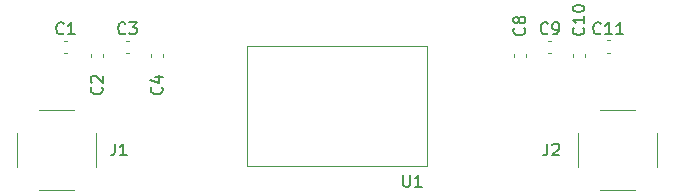
<source format=gbr>
%TF.GenerationSoftware,KiCad,Pcbnew,6.0.10*%
%TF.CreationDate,2023-05-25T16:41:47+02:00*%
%TF.ProjectId,saw_carrier,7361775f-6361-4727-9269-65722e6b6963,rev?*%
%TF.SameCoordinates,Original*%
%TF.FileFunction,Legend,Top*%
%TF.FilePolarity,Positive*%
%FSLAX46Y46*%
G04 Gerber Fmt 4.6, Leading zero omitted, Abs format (unit mm)*
G04 Created by KiCad (PCBNEW 6.0.10) date 2023-05-25 16:41:47*
%MOMM*%
%LPD*%
G01*
G04 APERTURE LIST*
%ADD10C,0.150000*%
%ADD11C,0.120000*%
G04 APERTURE END LIST*
D10*
%TO.C,U1*%
X126873095Y-113117380D02*
X126873095Y-113926904D01*
X126920714Y-114022142D01*
X126968333Y-114069761D01*
X127063571Y-114117380D01*
X127254047Y-114117380D01*
X127349285Y-114069761D01*
X127396904Y-114022142D01*
X127444523Y-113926904D01*
X127444523Y-113117380D01*
X128444523Y-114117380D02*
X127873095Y-114117380D01*
X128158809Y-114117380D02*
X128158809Y-113117380D01*
X128063571Y-113260238D01*
X127968333Y-113355476D01*
X127873095Y-113403095D01*
%TO.C,C3*%
X103333333Y-101107142D02*
X103285714Y-101154761D01*
X103142857Y-101202380D01*
X103047619Y-101202380D01*
X102904761Y-101154761D01*
X102809523Y-101059523D01*
X102761904Y-100964285D01*
X102714285Y-100773809D01*
X102714285Y-100630952D01*
X102761904Y-100440476D01*
X102809523Y-100345238D01*
X102904761Y-100250000D01*
X103047619Y-100202380D01*
X103142857Y-100202380D01*
X103285714Y-100250000D01*
X103333333Y-100297619D01*
X103666666Y-100202380D02*
X104285714Y-100202380D01*
X103952380Y-100583333D01*
X104095238Y-100583333D01*
X104190476Y-100630952D01*
X104238095Y-100678571D01*
X104285714Y-100773809D01*
X104285714Y-101011904D01*
X104238095Y-101107142D01*
X104190476Y-101154761D01*
X104095238Y-101202380D01*
X103809523Y-101202380D01*
X103714285Y-101154761D01*
X103666666Y-101107142D01*
%TO.C,C11*%
X143582142Y-101107142D02*
X143534523Y-101154761D01*
X143391666Y-101202380D01*
X143296428Y-101202380D01*
X143153571Y-101154761D01*
X143058333Y-101059523D01*
X143010714Y-100964285D01*
X142963095Y-100773809D01*
X142963095Y-100630952D01*
X143010714Y-100440476D01*
X143058333Y-100345238D01*
X143153571Y-100250000D01*
X143296428Y-100202380D01*
X143391666Y-100202380D01*
X143534523Y-100250000D01*
X143582142Y-100297619D01*
X144534523Y-101202380D02*
X143963095Y-101202380D01*
X144248809Y-101202380D02*
X144248809Y-100202380D01*
X144153571Y-100345238D01*
X144058333Y-100440476D01*
X143963095Y-100488095D01*
X145486904Y-101202380D02*
X144915476Y-101202380D01*
X145201190Y-101202380D02*
X145201190Y-100202380D01*
X145105952Y-100345238D01*
X145010714Y-100440476D01*
X144915476Y-100488095D01*
%TO.C,J2*%
X139066666Y-110452380D02*
X139066666Y-111166666D01*
X139019047Y-111309523D01*
X138923809Y-111404761D01*
X138780952Y-111452380D01*
X138685714Y-111452380D01*
X139495238Y-110547619D02*
X139542857Y-110500000D01*
X139638095Y-110452380D01*
X139876190Y-110452380D01*
X139971428Y-110500000D01*
X140019047Y-110547619D01*
X140066666Y-110642857D01*
X140066666Y-110738095D01*
X140019047Y-110880952D01*
X139447619Y-111452380D01*
X140066666Y-111452380D01*
%TO.C,C9*%
X139108333Y-101107142D02*
X139060714Y-101154761D01*
X138917857Y-101202380D01*
X138822619Y-101202380D01*
X138679761Y-101154761D01*
X138584523Y-101059523D01*
X138536904Y-100964285D01*
X138489285Y-100773809D01*
X138489285Y-100630952D01*
X138536904Y-100440476D01*
X138584523Y-100345238D01*
X138679761Y-100250000D01*
X138822619Y-100202380D01*
X138917857Y-100202380D01*
X139060714Y-100250000D01*
X139108333Y-100297619D01*
X139584523Y-101202380D02*
X139775000Y-101202380D01*
X139870238Y-101154761D01*
X139917857Y-101107142D01*
X140013095Y-100964285D01*
X140060714Y-100773809D01*
X140060714Y-100392857D01*
X140013095Y-100297619D01*
X139965476Y-100250000D01*
X139870238Y-100202380D01*
X139679761Y-100202380D01*
X139584523Y-100250000D01*
X139536904Y-100297619D01*
X139489285Y-100392857D01*
X139489285Y-100630952D01*
X139536904Y-100726190D01*
X139584523Y-100773809D01*
X139679761Y-100821428D01*
X139870238Y-100821428D01*
X139965476Y-100773809D01*
X140013095Y-100726190D01*
X140060714Y-100630952D01*
%TO.C,C1*%
X98108333Y-101107142D02*
X98060714Y-101154761D01*
X97917857Y-101202380D01*
X97822619Y-101202380D01*
X97679761Y-101154761D01*
X97584523Y-101059523D01*
X97536904Y-100964285D01*
X97489285Y-100773809D01*
X97489285Y-100630952D01*
X97536904Y-100440476D01*
X97584523Y-100345238D01*
X97679761Y-100250000D01*
X97822619Y-100202380D01*
X97917857Y-100202380D01*
X98060714Y-100250000D01*
X98108333Y-100297619D01*
X99060714Y-101202380D02*
X98489285Y-101202380D01*
X98775000Y-101202380D02*
X98775000Y-100202380D01*
X98679761Y-100345238D01*
X98584523Y-100440476D01*
X98489285Y-100488095D01*
%TO.C,C8*%
X137107142Y-100666666D02*
X137154761Y-100714285D01*
X137202380Y-100857142D01*
X137202380Y-100952380D01*
X137154761Y-101095238D01*
X137059523Y-101190476D01*
X136964285Y-101238095D01*
X136773809Y-101285714D01*
X136630952Y-101285714D01*
X136440476Y-101238095D01*
X136345238Y-101190476D01*
X136250000Y-101095238D01*
X136202380Y-100952380D01*
X136202380Y-100857142D01*
X136250000Y-100714285D01*
X136297619Y-100666666D01*
X136630952Y-100095238D02*
X136583333Y-100190476D01*
X136535714Y-100238095D01*
X136440476Y-100285714D01*
X136392857Y-100285714D01*
X136297619Y-100238095D01*
X136250000Y-100190476D01*
X136202380Y-100095238D01*
X136202380Y-99904761D01*
X136250000Y-99809523D01*
X136297619Y-99761904D01*
X136392857Y-99714285D01*
X136440476Y-99714285D01*
X136535714Y-99761904D01*
X136583333Y-99809523D01*
X136630952Y-99904761D01*
X136630952Y-100095238D01*
X136678571Y-100190476D01*
X136726190Y-100238095D01*
X136821428Y-100285714D01*
X137011904Y-100285714D01*
X137107142Y-100238095D01*
X137154761Y-100190476D01*
X137202380Y-100095238D01*
X137202380Y-99904761D01*
X137154761Y-99809523D01*
X137107142Y-99761904D01*
X137011904Y-99714285D01*
X136821428Y-99714285D01*
X136726190Y-99761904D01*
X136678571Y-99809523D01*
X136630952Y-99904761D01*
%TO.C,C4*%
X106402142Y-105666666D02*
X106449761Y-105714285D01*
X106497380Y-105857142D01*
X106497380Y-105952380D01*
X106449761Y-106095238D01*
X106354523Y-106190476D01*
X106259285Y-106238095D01*
X106068809Y-106285714D01*
X105925952Y-106285714D01*
X105735476Y-106238095D01*
X105640238Y-106190476D01*
X105545000Y-106095238D01*
X105497380Y-105952380D01*
X105497380Y-105857142D01*
X105545000Y-105714285D01*
X105592619Y-105666666D01*
X105830714Y-104809523D02*
X106497380Y-104809523D01*
X105449761Y-105047619D02*
X106164047Y-105285714D01*
X106164047Y-104666666D01*
%TO.C,J1*%
X102466666Y-110452380D02*
X102466666Y-111166666D01*
X102419047Y-111309523D01*
X102323809Y-111404761D01*
X102180952Y-111452380D01*
X102085714Y-111452380D01*
X103466666Y-111452380D02*
X102895238Y-111452380D01*
X103180952Y-111452380D02*
X103180952Y-110452380D01*
X103085714Y-110595238D01*
X102990476Y-110690476D01*
X102895238Y-110738095D01*
%TO.C,C2*%
X101322142Y-105666666D02*
X101369761Y-105714285D01*
X101417380Y-105857142D01*
X101417380Y-105952380D01*
X101369761Y-106095238D01*
X101274523Y-106190476D01*
X101179285Y-106238095D01*
X100988809Y-106285714D01*
X100845952Y-106285714D01*
X100655476Y-106238095D01*
X100560238Y-106190476D01*
X100465000Y-106095238D01*
X100417380Y-105952380D01*
X100417380Y-105857142D01*
X100465000Y-105714285D01*
X100512619Y-105666666D01*
X100512619Y-105285714D02*
X100465000Y-105238095D01*
X100417380Y-105142857D01*
X100417380Y-104904761D01*
X100465000Y-104809523D01*
X100512619Y-104761904D01*
X100607857Y-104714285D01*
X100703095Y-104714285D01*
X100845952Y-104761904D01*
X101417380Y-105333333D01*
X101417380Y-104714285D01*
%TO.C,C10*%
X142107142Y-100642857D02*
X142154761Y-100690476D01*
X142202380Y-100833333D01*
X142202380Y-100928571D01*
X142154761Y-101071428D01*
X142059523Y-101166666D01*
X141964285Y-101214285D01*
X141773809Y-101261904D01*
X141630952Y-101261904D01*
X141440476Y-101214285D01*
X141345238Y-101166666D01*
X141250000Y-101071428D01*
X141202380Y-100928571D01*
X141202380Y-100833333D01*
X141250000Y-100690476D01*
X141297619Y-100642857D01*
X142202380Y-99690476D02*
X142202380Y-100261904D01*
X142202380Y-99976190D02*
X141202380Y-99976190D01*
X141345238Y-100071428D01*
X141440476Y-100166666D01*
X141488095Y-100261904D01*
X141202380Y-99071428D02*
X141202380Y-98976190D01*
X141250000Y-98880952D01*
X141297619Y-98833333D01*
X141392857Y-98785714D01*
X141583333Y-98738095D01*
X141821428Y-98738095D01*
X142011904Y-98785714D01*
X142107142Y-98833333D01*
X142154761Y-98880952D01*
X142202380Y-98976190D01*
X142202380Y-99071428D01*
X142154761Y-99166666D01*
X142107142Y-99214285D01*
X142011904Y-99261904D01*
X141821428Y-99309523D01*
X141583333Y-99309523D01*
X141392857Y-99261904D01*
X141297619Y-99214285D01*
X141250000Y-99166666D01*
X141202380Y-99071428D01*
D11*
%TO.C,U1*%
X113665000Y-102235000D02*
X128905000Y-102235000D01*
X128905000Y-102235000D02*
X128905000Y-112395000D01*
X128905000Y-112395000D02*
X113665000Y-112395000D01*
X113665000Y-112395000D02*
X113665000Y-102235000D01*
%TO.C,C3*%
X103364420Y-101740962D02*
X103645580Y-101740962D01*
X103364420Y-102760962D02*
X103645580Y-102760962D01*
%TO.C,C11*%
X144084420Y-101725000D02*
X144365580Y-101725000D01*
X144084420Y-102745000D02*
X144365580Y-102745000D01*
%TO.C,J2*%
X141645000Y-109550000D02*
X141645000Y-112450000D01*
X143550000Y-114355000D02*
X146450000Y-114355000D01*
X143550000Y-107645000D02*
X146450000Y-107645000D01*
X148355000Y-109550000D02*
X148355000Y-112450000D01*
%TO.C,C9*%
X139134420Y-102760000D02*
X139415580Y-102760000D01*
X139134420Y-101740000D02*
X139415580Y-101740000D01*
%TO.C,C1*%
X98134420Y-102760000D02*
X98415580Y-102760000D01*
X98134420Y-101740000D02*
X98415580Y-101740000D01*
%TO.C,C8*%
X137260000Y-103140580D02*
X137260000Y-102859420D01*
X136240000Y-103140580D02*
X136240000Y-102859420D01*
%TO.C,C4*%
X106555000Y-103150580D02*
X106555000Y-102869420D01*
X105535000Y-103150580D02*
X105535000Y-102869420D01*
%TO.C,J1*%
X94145000Y-109550000D02*
X94145000Y-112450000D01*
X100855000Y-109550000D02*
X100855000Y-112450000D01*
X96050000Y-114355000D02*
X98950000Y-114355000D01*
X96050000Y-107645000D02*
X98950000Y-107645000D01*
%TO.C,C2*%
X100455000Y-103150580D02*
X100455000Y-102869420D01*
X101475000Y-103150580D02*
X101475000Y-102869420D01*
%TO.C,C10*%
X142260000Y-103150580D02*
X142260000Y-102869420D01*
X141240000Y-103150580D02*
X141240000Y-102869420D01*
%TD*%
M02*

</source>
